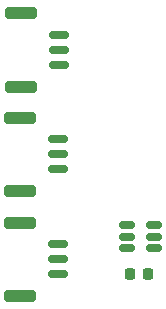
<source format=gbr>
%TF.GenerationSoftware,KiCad,Pcbnew,7.0.8*%
%TF.CreationDate,2024-03-25T00:11:56-07:00*%
%TF.ProjectId,Adafruit Speaker Bonnet,41646166-7275-4697-9420-537065616b65,rev?*%
%TF.SameCoordinates,Original*%
%TF.FileFunction,Paste,Top*%
%TF.FilePolarity,Positive*%
%FSLAX46Y46*%
G04 Gerber Fmt 4.6, Leading zero omitted, Abs format (unit mm)*
G04 Created by KiCad (PCBNEW 7.0.8) date 2024-03-25 00:11:56*
%MOMM*%
%LPD*%
G01*
G04 APERTURE LIST*
G04 Aperture macros list*
%AMRoundRect*
0 Rectangle with rounded corners*
0 $1 Rounding radius*
0 $2 $3 $4 $5 $6 $7 $8 $9 X,Y pos of 4 corners*
0 Add a 4 corners polygon primitive as box body*
4,1,4,$2,$3,$4,$5,$6,$7,$8,$9,$2,$3,0*
0 Add four circle primitives for the rounded corners*
1,1,$1+$1,$2,$3*
1,1,$1+$1,$4,$5*
1,1,$1+$1,$6,$7*
1,1,$1+$1,$8,$9*
0 Add four rect primitives between the rounded corners*
20,1,$1+$1,$2,$3,$4,$5,0*
20,1,$1+$1,$4,$5,$6,$7,0*
20,1,$1+$1,$6,$7,$8,$9,0*
20,1,$1+$1,$8,$9,$2,$3,0*%
G04 Aperture macros list end*
%ADD10RoundRect,0.150000X-0.700000X0.150000X-0.700000X-0.150000X0.700000X-0.150000X0.700000X0.150000X0*%
%ADD11RoundRect,0.250000X-1.100000X0.250000X-1.100000X-0.250000X1.100000X-0.250000X1.100000X0.250000X0*%
%ADD12RoundRect,0.150000X0.512500X0.150000X-0.512500X0.150000X-0.512500X-0.150000X0.512500X-0.150000X0*%
%ADD13RoundRect,0.225000X0.225000X0.250000X-0.225000X0.250000X-0.225000X-0.250000X0.225000X-0.250000X0*%
G04 APERTURE END LIST*
D10*
%TO.C,J3*%
X114245000Y-103525000D03*
X114245000Y-104775000D03*
X114245000Y-106025000D03*
D11*
X111045000Y-101675000D03*
X111045000Y-107875000D03*
%TD*%
D10*
%TO.C,J2*%
X114245000Y-112415000D03*
X114245000Y-113665000D03*
X114245000Y-114915000D03*
D11*
X111045000Y-110565000D03*
X111045000Y-116765000D03*
%TD*%
D10*
%TO.C,J1*%
X114325000Y-94710000D03*
X114325000Y-95960000D03*
X114325000Y-97210000D03*
D11*
X111125000Y-92860000D03*
X111125000Y-99060000D03*
%TD*%
D12*
%TO.C,U1*%
X120147500Y-112710000D03*
X120147500Y-111760000D03*
X120147500Y-110810000D03*
X122422500Y-110810000D03*
X122422500Y-111760000D03*
X122422500Y-112710000D03*
%TD*%
D13*
%TO.C,C1*%
X121920000Y-114935000D03*
X120370000Y-114935000D03*
%TD*%
M02*

</source>
